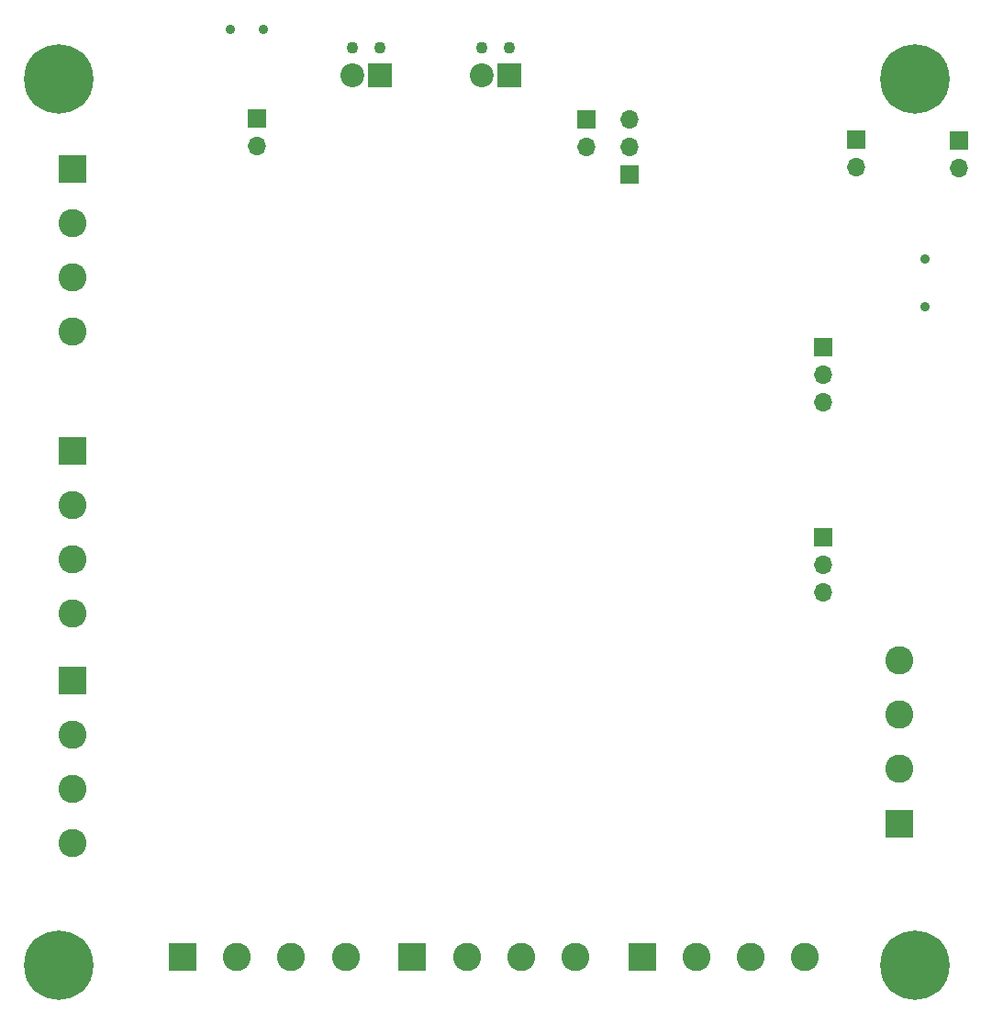
<source format=gbr>
%TF.GenerationSoftware,KiCad,Pcbnew,7.0.7*%
%TF.CreationDate,2024-06-15T17:22:07-05:00*%
%TF.ProjectId,Rev2.2,52657632-2e32-42e6-9b69-6361645f7063,rev?*%
%TF.SameCoordinates,Original*%
%TF.FileFunction,Soldermask,Bot*%
%TF.FilePolarity,Negative*%
%FSLAX46Y46*%
G04 Gerber Fmt 4.6, Leading zero omitted, Abs format (unit mm)*
G04 Created by KiCad (PCBNEW 7.0.7) date 2024-06-15 17:22:07*
%MOMM*%
%LPD*%
G01*
G04 APERTURE LIST*
%ADD10R,2.600000X2.600000*%
%ADD11C,2.600000*%
%ADD12C,0.900000*%
%ADD13C,0.800000*%
%ADD14C,6.400000*%
%ADD15R,1.700000X1.700000*%
%ADD16O,1.700000X1.700000*%
%ADD17C,1.100000*%
%ADD18R,2.200000X2.200000*%
%ADD19C,2.200000*%
G04 APERTURE END LIST*
D10*
%TO.C,J13*%
X108675000Y-98825000D03*
D11*
X108675000Y-103825000D03*
X108675000Y-108825000D03*
X108675000Y-113825000D03*
%TD*%
D12*
%TO.C,J6*%
X187375000Y-85500000D03*
X187375000Y-81100000D03*
%TD*%
D13*
%TO.C,H4*%
X184000000Y-64500000D03*
X184702944Y-62802944D03*
X184702944Y-66197056D03*
X186400000Y-62100000D03*
D14*
X186400000Y-64500000D03*
D13*
X186400000Y-66900000D03*
X188097056Y-62802944D03*
X188097056Y-66197056D03*
X188800000Y-64500000D03*
%TD*%
D15*
%TO.C,J12*%
X190500000Y-70226000D03*
D16*
X190500000Y-72766000D03*
%TD*%
D17*
%TO.C,J2*%
X137050000Y-61685000D03*
X134510000Y-61685000D03*
D18*
X137050000Y-64225000D03*
D19*
X134510000Y-64225000D03*
%TD*%
D10*
%TO.C,J7*%
X108750000Y-72850000D03*
D11*
X108750000Y-77850000D03*
X108750000Y-82850000D03*
X108750000Y-87850000D03*
%TD*%
D10*
%TO.C,J16*%
X108675000Y-119950000D03*
D11*
X108675000Y-124950000D03*
X108675000Y-129950000D03*
X108675000Y-134950000D03*
%TD*%
D13*
%TO.C,H1*%
X105000000Y-64500000D03*
X105702944Y-62802944D03*
X105702944Y-66197056D03*
X107400000Y-62100000D03*
D14*
X107400000Y-64500000D03*
D13*
X107400000Y-66900000D03*
X109097056Y-62802944D03*
X109097056Y-66197056D03*
X109800000Y-64500000D03*
%TD*%
%TO.C,H2*%
X105000000Y-146200000D03*
X105702944Y-144502944D03*
X105702944Y-147897056D03*
X107400000Y-143800000D03*
D14*
X107400000Y-146200000D03*
D13*
X107400000Y-148600000D03*
X109097056Y-144502944D03*
X109097056Y-147897056D03*
X109800000Y-146200000D03*
%TD*%
D10*
%TO.C,J9*%
X161275000Y-145475000D03*
D11*
X166275000Y-145475000D03*
X171275000Y-145475000D03*
X176275000Y-145475000D03*
%TD*%
D15*
%TO.C,J3*%
X156125000Y-68250000D03*
D16*
X156125000Y-70790000D03*
%TD*%
D15*
%TO.C,J11*%
X180975000Y-70104000D03*
D16*
X180975000Y-72644000D03*
%TD*%
D10*
%TO.C,J18*%
X118900000Y-145455000D03*
D11*
X123900000Y-145455000D03*
X128900000Y-145455000D03*
X133900000Y-145455000D03*
%TD*%
D10*
%TO.C,J8*%
X185030000Y-133150000D03*
D11*
X185030000Y-128150000D03*
X185030000Y-123150000D03*
X185030000Y-118150000D03*
%TD*%
D15*
%TO.C,J1*%
X125700000Y-68150000D03*
D16*
X125700000Y-70690000D03*
%TD*%
D15*
%TO.C,J15*%
X177950000Y-89270000D03*
D16*
X177950000Y-91810000D03*
X177950000Y-94350000D03*
%TD*%
D15*
%TO.C,J5*%
X160075000Y-73325000D03*
D16*
X160075000Y-70785000D03*
X160075000Y-68245000D03*
%TD*%
D10*
%TO.C,J17*%
X140075000Y-145475000D03*
D11*
X145075000Y-145475000D03*
X150075000Y-145475000D03*
X155075000Y-145475000D03*
%TD*%
D17*
%TO.C,J4*%
X148970000Y-61685000D03*
X146430000Y-61685000D03*
D18*
X148970000Y-64225000D03*
D19*
X146430000Y-64225000D03*
%TD*%
D13*
%TO.C,H3*%
X184000000Y-146200000D03*
X184702944Y-144502944D03*
X184702944Y-147897056D03*
X186400000Y-143800000D03*
D14*
X186400000Y-146200000D03*
D13*
X186400000Y-148600000D03*
X188097056Y-144502944D03*
X188097056Y-147897056D03*
X188800000Y-146200000D03*
%TD*%
D12*
%TO.C,SW3*%
X126300000Y-59945000D03*
X123300000Y-59945000D03*
%TD*%
D15*
%TO.C,J10*%
X177950000Y-106770000D03*
D16*
X177950000Y-109310000D03*
X177950000Y-111850000D03*
%TD*%
M02*

</source>
